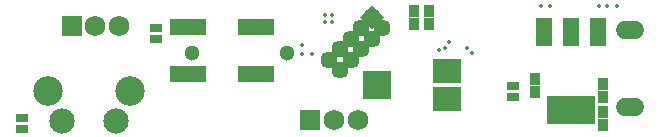
<source format=gbr>
G04 #@! TF.GenerationSoftware,KiCad,Pcbnew,(2016-12-18 revision 3ffa37c)-master*
G04 #@! TF.CreationDate,2017-03-25T21:08:44-07:00*
G04 #@! TF.ProjectId,Pensel,50656E73656C2E6B696361645F706362,rev?*
G04 #@! TF.FileFunction,Soldermask,Bot*
G04 #@! TF.FilePolarity,Negative*
%FSLAX46Y46*%
G04 Gerber Fmt 4.6, Leading zero omitted, Abs format (unit mm)*
G04 Created by KiCad (PCBNEW (2016-12-18 revision 3ffa37c)-master) date Saturday, March 25, 2017 'PMt' 09:08:44 PM*
%MOMM*%
%LPD*%
G01*
G04 APERTURE LIST*
%ADD10C,0.100000*%
%ADD11R,0.900000X1.000000*%
%ADD12O,2.400000X1.520000*%
%ADD13R,2.400000X2.400000*%
%ADD14R,2.400000X2.000000*%
%ADD15C,0.350000*%
%ADD16R,4.057600X2.432000*%
%ADD17R,1.416000X2.432000*%
%ADD18C,1.750000*%
%ADD19R,1.750000X1.750000*%
%ADD20R,3.150000X1.400000*%
%ADD21C,2.500000*%
%ADD22C,2.150000*%
%ADD23C,1.300000*%
%ADD24C,1.450000*%
%ADD25R,1.000000X0.800000*%
G04 APERTURE END LIST*
D10*
D11*
X106000000Y-146350000D03*
X106000000Y-147450000D03*
D12*
X108300000Y-148255000D03*
X108300000Y-141745000D03*
D13*
X86800000Y-146400000D03*
D14*
X92800000Y-145225000D03*
X92800000Y-147575000D03*
D15*
X94425000Y-143275000D03*
X83000000Y-140500000D03*
X83000000Y-141100000D03*
X94875000Y-143725000D03*
D16*
X103250000Y-148552000D03*
D17*
X103250000Y-141948000D03*
X105536000Y-141948000D03*
X100964000Y-141948000D03*
D15*
X107150000Y-139700000D03*
X101500000Y-139750000D03*
X100750000Y-139750000D03*
X82400000Y-140500000D03*
X82400000Y-141100000D03*
D18*
X85200000Y-149400000D03*
X83200000Y-149400000D03*
D19*
X81200000Y-149400000D03*
D15*
X81300000Y-143800000D03*
X80500000Y-143000000D03*
X80500000Y-143800000D03*
X92900000Y-142800000D03*
X92600000Y-143250000D03*
X92100000Y-143500000D03*
X106350000Y-139700000D03*
X105650000Y-139700000D03*
D20*
X70825000Y-145500000D03*
X76575000Y-145500000D03*
X76575000Y-141500000D03*
X70825000Y-141500000D03*
D21*
X58940000Y-146960000D03*
D22*
X60200000Y-149450000D03*
X64700000Y-149450000D03*
D21*
X65950000Y-146960000D03*
D23*
X79200000Y-143700000D03*
X71200000Y-143700000D03*
D11*
X91200000Y-140150000D03*
X91200000Y-141250000D03*
X90000000Y-140150000D03*
X90000000Y-141250000D03*
X100250000Y-145950000D03*
X100250000Y-147050000D03*
X106000000Y-148700000D03*
X106000000Y-149800000D03*
D24*
X86396051Y-140703949D03*
D10*
G36*
X85370746Y-140703949D02*
X86396051Y-139678644D01*
X87421356Y-140703949D01*
X86396051Y-141729254D01*
X85370746Y-140703949D01*
X85370746Y-140703949D01*
G37*
D24*
X85498025Y-141601975D03*
X84600000Y-142500000D03*
X83701974Y-143398026D03*
X82803949Y-144296051D03*
X86396051Y-142500000D03*
X85498025Y-143398026D03*
X84600000Y-144296051D03*
X83701974Y-145194077D03*
X87294077Y-141601975D03*
D19*
X61000000Y-141400000D03*
D18*
X63000000Y-141400000D03*
X65000000Y-141400000D03*
D25*
X68100000Y-142500000D03*
X68100000Y-141600000D03*
X56750000Y-150150000D03*
X56750000Y-149250000D03*
X98350000Y-147400000D03*
X98350000Y-146500000D03*
M02*

</source>
